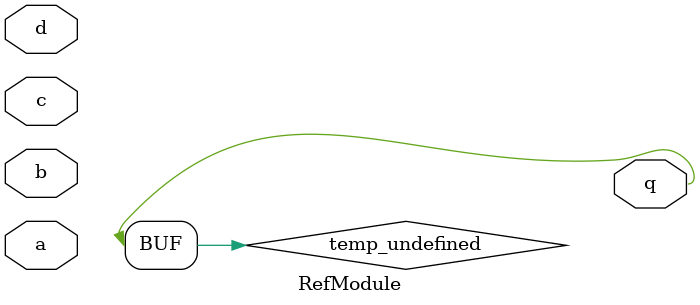
<source format=sv>

module RefModule (
  input a,
  input b,
  input c,
  input d,
  output q
);

  assign q = temp_undefined;

endmodule


</source>
